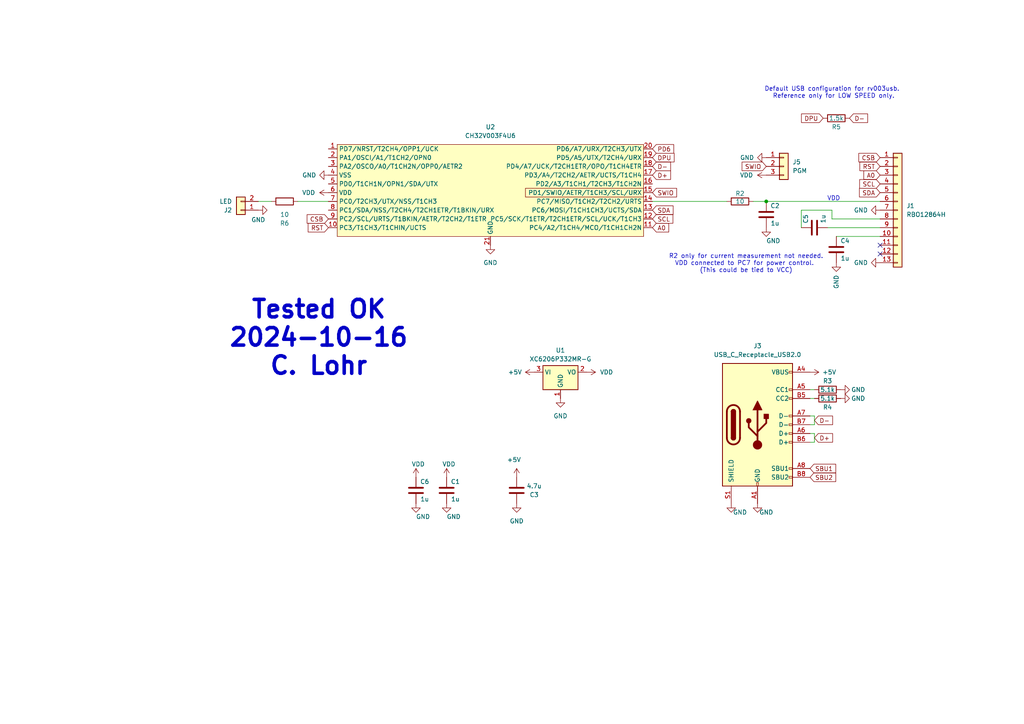
<source format=kicad_sch>
(kicad_sch (version 20231120) (generator "eeschema") (generator_version "8.0")
  (paper "A4")
  (lib_symbols
    (symbol "CH32V003F4U6:CH32V003F4U6"
      (property "Reference" "U" (at 0 0 0))
      (property "Value" "CH32V003F4U6" (at 0 3.81 0))
      (symbol "CH32V003F4U6_0_1"
        (rectangle (start -44.45 12.7) (end 44.45 -13.97) (fill (type background)))
        (rectangle (start 10.16 0) (end 44.45 -2.54) (fill (type background)))
      )
      (symbol "CH32V003F4U6_1_1"
        (pin bidirectional line (at -46.99 11.43 0) (length 2.54) (name "PD7/NRST/T2CH4/OPP1/UCK") (number "1"))
        (pin bidirectional line (at -46.99 -11.43 0) (length 2.54) (name "PC3/T1CH3/T1CHIN/UCTS") (number "10"))
        (pin bidirectional line (at 46.99 -11.43 180) (length 2.54) (name "PC4/A2/T1CH4/MCO/T1CH1CH2N") (number "11"))
        (pin bidirectional line (at 46.99 -8.89 180) (length 2.54) (name "PC5/SCK/T1ETR/T2CH1ETR/SCL/UCK/T1CH3") (number "12"))
        (pin bidirectional line (at 46.99 -6.35 180) (length 2.54) (name "PC6/MOSI/T1CH1CH3/UCTS/SDA") (number "13"))
        (pin bidirectional line (at 46.99 -3.81 180) (length 2.54) (name "PC7/MISO/T1CH2/T2CH2/URTS") (number "14"))
        (pin bidirectional line (at 46.99 -1.27 180) (length 2.54) (name "PD1/SWIO/AETR/T1CH3/SCL/URX") (number "15"))
        (pin bidirectional line (at 46.99 1.27 180) (length 2.54) (name "PD2/A3/T1CH1/T2CH3/T1CH2N") (number "16"))
        (pin bidirectional line (at 46.99 3.81 180) (length 2.54) (name "PD3/A4/T2CH2/AETR/UCTS/T1CH4") (number "17"))
        (pin bidirectional line (at 46.99 6.35 180) (length 2.54) (name "PD4/A7/UCK/T2CH1ETR/OPO/T1CH4ETR") (number "18"))
        (pin bidirectional line (at 46.99 8.89 180) (length 2.54) (name "PD5/A5/UTX/T2CH4/URX") (number "19"))
        (pin bidirectional line (at -46.99 8.89 0) (length 2.54) (name "PA1/OSCI/A1/T1CH2/OPN0") (number "2"))
        (pin bidirectional line (at 46.99 11.43 180) (length 2.54) (name "PD6/A7/URX/T2CH3/UTX") (number "20"))
        (pin bidirectional line (at 0 -16.51 90) (length 2.54) (name "GND") (number "21"))
        (pin bidirectional line (at -46.99 6.35 0) (length 2.54) (name "PA2/OSCO/A0/T1CH2N/OPP0/AETR2") (number "3"))
        (pin bidirectional line (at -46.99 3.81 0) (length 2.54) (name "VSS") (number "4"))
        (pin bidirectional line (at -46.99 1.27 0) (length 2.54) (name "PD0/T1CH1N/OPN1/SDA/UTX") (number "5"))
        (pin bidirectional line (at -46.99 -1.27 0) (length 2.54) (name "VDD") (number "6"))
        (pin bidirectional line (at -46.99 -3.81 0) (length 2.54) (name "PC0/T2CH3/UTX/NSS/T1CH3") (number "7"))
        (pin bidirectional line (at -46.99 -6.35 0) (length 2.54) (name "PC1/SDA/NSS/T2CH4/T2CH1ETR/T1BKIN/URX") (number "8"))
        (pin bidirectional line (at -46.99 -8.89 0) (length 2.54) (name "PC2/SCL/URTS/T1BKIN/AETR/T2CH2/T1ETR") (number "9"))
      )
    )
    (symbol "Connector:USB_C_Receptacle_USB2.0" (pin_names (offset 1.016))
      (property "Reference" "J" (at -10.16 19.05 0))
      (property "Value" "USB_C_Receptacle_USB2.0" (at 19.05 19.05 0))
      (symbol "USB_C_Receptacle_USB2.0_0_0"
        (rectangle (start -0.254 -17.78) (end 0.254 -16.764))
        (rectangle (start 10.16 -14.986) (end 9.144 -15.494))
        (rectangle (start 10.16 -12.446) (end 9.144 -12.954))
        (rectangle (start 10.16 -4.826) (end 9.144 -5.334))
        (rectangle (start 10.16 -2.286) (end 9.144 -2.794))
        (rectangle (start 10.16 0.254) (end 9.144 -0.254))
        (rectangle (start 10.16 2.794) (end 9.144 2.286))
        (rectangle (start 10.16 7.874) (end 9.144 7.366))
        (rectangle (start 10.16 10.414) (end 9.144 9.906))
        (rectangle (start 10.16 15.494) (end 9.144 14.986))
      )
      (symbol "USB_C_Receptacle_USB2.0_0_1"
        (rectangle (start -10.16 17.78) (end 10.16 -17.78) (stroke (width 0.254)) (fill (type background)))
        (arc (start -8.89 -3.81) (mid -6.985 -5.7067) (end -5.08 -3.81) (stroke (width 0.508)))
        (arc (start -7.62 -3.81) (mid -6.985 -4.4423) (end -6.35 -3.81) (stroke (width 0.254)))
        (arc (start -7.62 -3.81) (mid -6.985 -4.4423) (end -6.35 -3.81) (stroke (width 0.254)) (fill (type outline)))
        (rectangle (start -7.62 -3.81) (end -6.35 3.81) (stroke (width 0.254)) (fill (type outline)))
        (arc (start -6.35 3.81) (mid -6.985 4.4423) (end -7.62 3.81) (stroke (width 0.254)))
        (arc (start -6.35 3.81) (mid -6.985 4.4423) (end -7.62 3.81) (stroke (width 0.254)) (fill (type outline)))
        (arc (start -5.08 3.81) (mid -6.985 5.7067) (end -8.89 3.81) (stroke (width 0.508)))
        (circle (center -2.54 1.143) (radius 0.635) (stroke (width 0.254)) (fill (type outline)))
        (circle (center 0 -5.842) (radius 1.27) (fill (type outline)))
        (polyline (pts (xy -8.89 -3.81) (xy -8.89 3.81)) (stroke (width 0.508)))
        (polyline (pts (xy -5.08 3.81) (xy -5.08 -3.81)) (stroke (width 0.508)))
        (polyline (pts (xy 0 -5.842) (xy 0 4.318)) (stroke (width 0.508)))
        (polyline (pts (xy 0 -3.302) (xy -2.54 -0.762) (xy -2.54 0.508)) (stroke (width 0.508)))
        (polyline (pts (xy 0 -2.032) (xy 2.54 0.508) (xy 2.54 1.778)) (stroke (width 0.508)))
        (polyline (pts (xy -1.27 4.318) (xy 0 6.858) (xy 1.27 4.318) (xy -1.27 4.318)) (stroke (width 0.254)) (fill (type outline)))
        (rectangle (start 1.905 1.778) (end 3.175 3.048) (stroke (width 0.254)) (fill (type outline)))
      )
      (symbol "USB_C_Receptacle_USB2.0_1_1"
        (pin passive line (at 0 -22.86 90) (length 5.08) (name "GND") (number "A1"))
        (pin passive line (at 0 -22.86 90) (length 5.08) hide (name "GND") (number "A12"))
        (pin passive line (at 15.24 15.24 180) (length 5.08) (name "VBUS") (number "A4"))
        (pin bidirectional line (at 15.24 10.16 180) (length 5.08) (name "CC1") (number "A5"))
        (pin bidirectional line (at 15.24 -2.54 180) (length 5.08) (name "D+") (number "A6"))
        (pin bidirectional line (at 15.24 2.54 180) (length 5.08) (name "D-") (number "A7"))
        (pin bidirectional line (at 15.24 -12.7 180) (length 5.08) (name "SBU1") (number "A8"))
        (pin passive line (at 15.24 15.24 180) (length 5.08) hide (name "VBUS") (number "A9"))
        (pin passive line (at 0 -22.86 90) (length 5.08) hide (name "GND") (number "B1"))
        (pin passive line (at 0 -22.86 90) (length 5.08) hide (name "GND") (number "B12"))
        (pin passive line (at 15.24 15.24 180) (length 5.08) hide (name "VBUS") (number "B4"))
        (pin bidirectional line (at 15.24 7.62 180) (length 5.08) (name "CC2") (number "B5"))
        (pin bidirectional line (at 15.24 -5.08 180) (length 5.08) (name "D+") (number "B6"))
        (pin bidirectional line (at 15.24 0 180) (length 5.08) (name "D-") (number "B7"))
        (pin bidirectional line (at 15.24 -15.24 180) (length 5.08) (name "SBU2") (number "B8"))
        (pin passive line (at 15.24 15.24 180) (length 5.08) hide (name "VBUS") (number "B9"))
        (pin passive line (at -7.62 -22.86 90) (length 5.08) (name "SHIELD") (number "S1"))
      )
    )
    (symbol "Connector_Generic:Conn_01x02" (pin_names (offset 1.016) hide)
      (property "Reference" "J" (at 0 2.54 0))
      (property "Value" "Conn_01x02" (at 0 -5.08 0))
      (symbol "Conn_01x02_1_1"
        (rectangle (start -1.27 -2.413) (end 0 -2.667) (stroke (width 0.1524)))
        (rectangle (start -1.27 0.127) (end 0 -0.127) (stroke (width 0.1524)))
        (rectangle (start -1.27 1.27) (end 1.27 -3.81) (stroke (width 0.254)) (fill (type background)))
        (pin passive line (at -5.08 0 0) (length 3.81) (name "Pin_1") (number "1"))
        (pin passive line (at -5.08 -2.54 0) (length 3.81) (name "Pin_2") (number "2"))
      )
    )
    (symbol "Connector_Generic:Conn_01x03" (pin_names (offset 1.016) hide)
      (property "Reference" "J" (at 0 5.08 0))
      (property "Value" "Conn_01x03" (at 0 -5.08 0))
      (symbol "Conn_01x03_1_1"
        (rectangle (start -1.27 -2.413) (end 0 -2.667) (stroke (width 0.1524)))
        (rectangle (start -1.27 0.127) (end 0 -0.127) (stroke (width 0.1524)))
        (rectangle (start -1.27 2.667) (end 0 2.413) (stroke (width 0.1524)))
        (rectangle (start -1.27 3.81) (end 1.27 -3.81) (stroke (width 0.254)) (fill (type background)))
        (pin passive line (at -5.08 2.54 0) (length 3.81) (name "Pin_1") (number "1"))
        (pin passive line (at -5.08 0 0) (length 3.81) (name "Pin_2") (number "2"))
        (pin passive line (at -5.08 -2.54 0) (length 3.81) (name "Pin_3") (number "3"))
      )
    )
    (symbol "Connector_Generic:Conn_01x13" (pin_names (offset 1.016) hide)
      (property "Reference" "J" (at 0 17.78 0))
      (property "Value" "Conn_01x13" (at 0 -17.78 0))
      (symbol "Conn_01x13_1_1"
        (rectangle (start -1.27 -15.113) (end 0 -15.367) (stroke (width 0.1524)))
        (rectangle (start -1.27 -12.573) (end 0 -12.827) (stroke (width 0.1524)))
        (rectangle (start -1.27 -10.033) (end 0 -10.287) (stroke (width 0.1524)))
        (rectangle (start -1.27 -7.493) (end 0 -7.747) (stroke (width 0.1524)))
        (rectangle (start -1.27 -4.953) (end 0 -5.207) (stroke (width 0.1524)))
        (rectangle (start -1.27 -2.413) (end 0 -2.667) (stroke (width 0.1524)))
        (rectangle (start -1.27 0.127) (end 0 -0.127) (stroke (width 0.1524)))
        (rectangle (start -1.27 2.667) (end 0 2.413) (stroke (width 0.1524)))
        (rectangle (start -1.27 5.207) (end 0 4.953) (stroke (width 0.1524)))
        (rectangle (start -1.27 7.747) (end 0 7.493) (stroke (width 0.1524)))
        (rectangle (start -1.27 10.287) (end 0 10.033) (stroke (width 0.1524)))
        (rectangle (start -1.27 12.827) (end 0 12.573) (stroke (width 0.1524)))
        (rectangle (start -1.27 15.367) (end 0 15.113) (stroke (width 0.1524)))
        (rectangle (start -1.27 16.51) (end 1.27 -16.51) (stroke (width 0.254)) (fill (type background)))
        (pin passive line (at -5.08 15.24 0) (length 3.81) (name "Pin_1") (number "1"))
        (pin passive line (at -5.08 -7.62 0) (length 3.81) (name "Pin_10") (number "10"))
        (pin passive line (at -5.08 -10.16 0) (length 3.81) (name "Pin_11") (number "11"))
        (pin passive line (at -5.08 -12.7 0) (length 3.81) (name "Pin_12") (number "12"))
        (pin passive line (at -5.08 -15.24 0) (length 3.81) (name "Pin_13") (number "13"))
        (pin passive line (at -5.08 12.7 0) (length 3.81) (name "Pin_2") (number "2"))
        (pin passive line (at -5.08 10.16 0) (length 3.81) (name "Pin_3") (number "3"))
        (pin passive line (at -5.08 7.62 0) (length 3.81) (name "Pin_4") (number "4"))
        (pin passive line (at -5.08 5.08 0) (length 3.81) (name "Pin_5") (number "5"))
        (pin passive line (at -5.08 2.54 0) (length 3.81) (name "Pin_6") (number "6"))
        (pin passive line (at -5.08 0 0) (length 3.81) (name "Pin_7") (number "7"))
        (pin passive line (at -5.08 -2.54 0) (length 3.81) (name "Pin_8") (number "8"))
        (pin passive line (at -5.08 -5.08 0) (length 3.81) (name "Pin_9") (number "9"))
      )
    )
    (symbol "Device:C" (pin_numbers hide) (pin_names (offset 0.254))
      (property "Reference" "C" (at 0.635 2.54 0))
      (property "Value" "C" (at 0.635 -2.54 0))
      (symbol "C_0_1"
        (polyline (pts (xy -2.032 -0.762) (xy 2.032 -0.762)) (stroke (width 0.508)))
        (polyline (pts (xy -2.032 0.762) (xy 2.032 0.762)) (stroke (width 0.508)))
      )
      (symbol "C_1_1"
        (pin passive line (at 0 3.81 270) (length 2.794) (name "~") (number "1"))
        (pin passive line (at 0 -3.81 90) (length 2.794) (name "~") (number "2"))
      )
    )
    (symbol "Device:R" (pin_numbers hide) (pin_names (offset 0))
      (property "Reference" "R" (at 2.032 0 90))
      (property "Value" "R" (at 0 0 90))
      (symbol "R_0_1"
        (rectangle (start -1.016 -2.54) (end 1.016 2.54) (stroke (width 0.254)))
      )
      (symbol "R_1_1"
        (pin passive line (at 0 3.81 270) (length 1.27) (name "~") (number "1"))
        (pin passive line (at 0 -3.81 90) (length 1.27) (name "~") (number "2"))
      )
    )
    (symbol "Regulator_Linear:LM1117S-3.3"
      (property "Reference" "U" (at -3.81 3.175 0))
      (property "Value" "LM1117S-3.3" (at 0 3.175 0))
      (symbol "LM1117S-3.3_0_1"
        (rectangle (start -5.08 -5.08) (end 5.08 1.905) (stroke (width 0.254)) (fill (type background)))
      )
      (symbol "LM1117S-3.3_1_1"
        (pin power_in line (at 0 -7.62 90) (length 2.54) (name "GND") (number "1"))
        (pin power_out line (at 7.62 0 180) (length 2.54) (name "VO") (number "2"))
        (pin power_in line (at -7.62 0 0) (length 2.54) (name "VI") (number "3"))
      )
    )
    (symbol "power:+5V" (power) (pin_names (offset 0))
      (property "Value" "+5V" (at 0 3.556 0))
      (symbol "+5V_0_1"
        (polyline (pts (xy -0.762 1.27) (xy 0 2.54)))
        (polyline (pts (xy 0 0) (xy 0 2.54)))
        (polyline (pts (xy 0 2.54) (xy 0.762 1.27)))
      )
      (symbol "+5V_1_1"
        (pin power_in line (at 0 0 90) (length 0) hide (name "+5V") (number "1"))
      )
    )
    (symbol "power:GND" (power) (pin_names (offset 0))
      (property "Value" "GND" (at 0 -3.81 0))
      (symbol "GND_0_1"
        (polyline (pts (xy 0 0) (xy 0 -1.27) (xy 1.27 -1.27) (xy 0 -2.54) (xy -1.27 -1.27) (xy 0 -1.27)))
      )
      (symbol "GND_1_1"
        (pin power_in line (at 0 0 270) (length 0) hide (name "GND") (number "1"))
      )
    )
    (symbol "power:VDD" (power) (pin_names (offset 0))
      (property "Value" "VDD" (at 0 3.81 0))
      (symbol "VDD_0_1"
        (polyline (pts (xy -0.762 1.27) (xy 0 2.54)))
        (polyline (pts (xy 0 0) (xy 0 2.54)))
        (polyline (pts (xy 0 2.54) (xy 0.762 1.27)))
      )
      (symbol "VDD_1_1"
        (pin power_in line (at 0 0 90) (length 0) hide (name "VDD") (number "1"))
      )
    )
  )
  (junction (at 222.25 58.42))
  (no_connect (at 255.27 71.12))
  (no_connect (at 255.27 73.66))
  (wire (pts (xy 240.03 66.04) (xy 255.27 66.04)))
  (wire (pts (xy 236.22 120.65) (xy 236.22 123.19)))
  (wire (pts (xy 189.23 58.42) (xy 210.82 58.42)))
  (wire (pts (xy 236.22 120.65) (xy 234.95 120.65)))
  (wire (pts (xy 241.3 60.96) (xy 241.3 63.5)))
  (wire (pts (xy 242.57 68.58) (xy 255.27 68.58)))
  (wire (pts (xy 236.22 128.27) (xy 234.95 128.27)))
  (wire (pts (xy 241.3 63.5) (xy 255.27 63.5)))
  (wire (pts (xy 234.95 115.57) (xy 236.22 115.57)))
  (wire (pts (xy 236.22 125.73) (xy 236.22 128.27)))
  (wire (pts (xy 78.74 58.42) (xy 74.93 58.42)))
  (wire (pts (xy 234.95 123.19) (xy 236.22 123.19)))
  (wire (pts (xy 236.22 125.73) (xy 234.95 125.73)))
  (wire (pts (xy 232.41 66.04) (xy 232.41 60.96)))
  (wire (pts (xy 234.95 113.03) (xy 236.22 113.03)))
  (wire (pts (xy 232.41 60.96) (xy 241.3 60.96)))
  (wire (pts (xy 222.25 58.42) (xy 255.27 58.42)))
  (wire (pts (xy 218.44 58.42) (xy 222.25 58.42)))
  (wire (pts (xy 95.25 58.42) (xy 86.36 58.42)))
  (text "Tested OK\n2024-10-16\nC. Lohr" (at 92.456 98.044 0) (effects (font (size 5.08 5.08) (thickness 1.016) (bold yes))))
  (text "Default USB configuration for rv003usb. \nReference only for LOW SPEED only." (at 241.808 26.924 0) (effects (font (size 1.27 1.27))))
  (text "VDD" (at 241.808 57.658 0) (effects (font (size 1.27 1.27))))
  (text "R2 only for current measurement not needed.\nVDD connected to PC7 for power control. \n(This could be tied to VCC)" (at 216.408 76.454 0) (effects (font (size 1.27 1.27))))
  (global_label "D-" (shape input) (at 189.23 48.26 0) (property "Intersheetrefs" "${INTERSHEET_REFS}" (effects (hide yes))))
  (global_label "CSB" (shape input) (at 255.27 45.72 180) (property "Intersheetrefs" "${INTERSHEET_REFS}" (effects (hide yes))))
  (global_label "SCL" (shape input) (at 189.23 63.5 0) (property "Intersheetrefs" "${INTERSHEET_REFS}" (effects (hide yes))))
  (global_label "SWIO" (shape input) (at 222.25 48.26 180) (property "Intersheetrefs" "${INTERSHEET_REFS}" (effects (hide yes))))
  (global_label "D+" (shape input) (at 236.22 127 0) (property "Intersheetrefs" "${INTERSHEET_REFS}" (effects (hide yes))))
  (global_label "SDA" (shape input) (at 189.23 60.96 0) (property "Intersheetrefs" "${INTERSHEET_REFS}" (effects (hide yes))))
  (global_label "SBU1" (shape input) (at 234.95 135.89 0) (property "Intersheetrefs" "${INTERSHEET_REFS}" (effects (hide yes))))
  (global_label "A0" (shape input) (at 189.23 66.04 0) (property "Intersheetrefs" "${INTERSHEET_REFS}" (effects (hide yes))))
  (global_label "DPU" (shape input) (at 189.23 45.72 0) (property "Intersheetrefs" "${INTERSHEET_REFS}" (effects (hide yes))))
  (global_label "RST" (shape input) (at 95.25 66.04 180) (property "Intersheetrefs" "${INTERSHEET_REFS}" (effects (hide yes))))
  (global_label "A0" (shape input) (at 255.27 50.8 180) (property "Intersheetrefs" "${INTERSHEET_REFS}" (effects (hide yes))))
  (global_label "SWIO" (shape input) (at 189.23 55.88 0) (property "Intersheetrefs" "${INTERSHEET_REFS}" (effects (hide yes))))
  (global_label "DPU" (shape input) (at 238.76 34.29 180) (property "Intersheetrefs" "${INTERSHEET_REFS}" (effects (hide yes))))
  (global_label "PD6" (shape input) (at 189.23 43.18 0) (property "Intersheetrefs" "${INTERSHEET_REFS}" (effects (hide yes))))
  (global_label "D-" (shape input) (at 246.38 34.29 0) (property "Intersheetrefs" "${INTERSHEET_REFS}" (effects (hide yes))))
  (global_label "CSB" (shape input) (at 95.25 63.5 180) (property "Intersheetrefs" "${INTERSHEET_REFS}" (effects (hide yes))))
  (global_label "SBU2" (shape input) (at 234.95 138.43 0) (property "Intersheetrefs" "${INTERSHEET_REFS}" (effects (hide yes))))
  (global_label "RST" (shape input) (at 255.27 48.26 180) (property "Intersheetrefs" "${INTERSHEET_REFS}" (effects (hide yes))))
  (global_label "SCL" (shape input) (at 255.27 53.34 180) (property "Intersheetrefs" "${INTERSHEET_REFS}" (effects (hide yes))))
  (global_label "D-" (shape input) (at 236.22 121.92 0) (property "Intersheetrefs" "${INTERSHEET_REFS}" (effects (hide yes))))
  (global_label "SDA" (shape input) (at 255.27 55.88 180) (property "Intersheetrefs" "${INTERSHEET_REFS}" (effects (hide yes))))
  (global_label "D+" (shape input) (at 189.23 50.8 0) (property "Intersheetrefs" "${INTERSHEET_REFS}" (effects (hide yes))))
  (symbol (lib_id "power:VDD") (at 129.54 138.43 0) (unit 1)
    (property "Reference" "#PWR011" (effects (hide yes)))
    (property "Value" "VDD" (at 128.27 134.62 0) (effects (justify left)))
  )
  (symbol (lib_id "Device:C") (at 222.25 62.23 180) (unit 1)
    (property "Reference" "C2" (at 224.79 59.69 0))
    (property "Value" "1u" (at 224.79 64.77 0))
    (property "Footprint" "Resistor_SMD:R_0402_1005Metric" (effects (hide yes)))
    (property "LCSC" "C52923" (effects (hide yes)))
  )
  (symbol (lib_id "Connector_Generic:Conn_01x02") (at 69.85 60.96 180) (unit 1)
    (property "Reference" "J2" (at 67.31 60.96 0) (effects (justify left)))
    (property "Value" "LED" (at 67.31 58.42 0) (effects (justify left)))
    (property "Footprint" "Connector_PinHeader_2.00mm:PinHeader_1x02_P2.00mm_Vertical" (effects (hide yes)))
  )
  (symbol (lib_id "power:GND") (at 74.93 60.96 90) (unit 1)
    (property "Reference" "#PWR05" (effects (hide yes)))
    (property "Value" "GND" (at 76.962 63.754 90) (effects (justify left)))
  )
  (symbol (lib_id "Device:C") (at 129.54 142.24 180) (unit 1)
    (property "Reference" "C1" (at 132.08 139.7 0))
    (property "Value" "1u" (at 132.08 144.78 0))
    (property "Footprint" "Resistor_SMD:R_0402_1005Metric" (effects (hide yes)))
    (property "LCSC" "C52923" (effects (hide yes)))
  )
  (symbol (lib_id "power:VDD") (at 95.25 55.88 90) (unit 1)
    (property "Reference" "#PWR010" (effects (hide yes)))
    (property "Value" "VDD" (at 91.44 55.8799 90) (effects (justify left)))
  )
  (symbol (lib_id "power:+5V") (at 149.86 138.43 0) (unit 1)
    (property "Reference" "#PWR016" (effects (hide yes)))
    (property "Value" "+5V" (at 151.13 133.35 0) (effects (justify right)))
  )
  (symbol (lib_id "CH32V003F4U6:CH32V003F4U6") (at 142.24 54.61 0) (unit 1)
    (property "Reference" "U2" (at 142.24 36.83 0))
    (property "Value" "CH32V003F4U6" (at 142.24 39.37 0))
    (property "Footprint" "Package_DFN_QFN:QFN-20-1EP_3x3mm_P0.4mm_EP1.65x1.65mm" (effects (hide yes)))
    (property "LCSC" "C5299908" (effects (hide yes)))
  )
  (symbol (lib_id "Device:R") (at 214.63 58.42 90) (unit 1)
    (property "Reference" "R2" (at 214.63 56.134 90))
    (property "Value" "10" (at 214.63 58.42 90))
    (property "Footprint" "Resistor_SMD:R_0402_1005Metric" (effects (hide yes)))
    (property "LCSC" "C25077" (effects (hide yes)))
  )
  (symbol (lib_id "power:GND") (at 212.09 146.05 0) (unit 1)
    (property "Reference" "#PWR022" (effects (hide yes)))
    (property "Value" "GND" (at 214.63 148.59 0))
  )
  (symbol (lib_id "Device:R") (at 242.57 34.29 90) (unit 1)
    (property "Reference" "R5" (at 242.57 36.83 90))
    (property "Value" "1.5k" (at 242.57 34.29 90))
    (property "Footprint" "Resistor_SMD:R_0402_1005Metric" (effects (hide yes)))
    (property "LCSC" "C25867" (effects (hide yes)))
  )
  (symbol (lib_id "power:GND") (at 219.71 146.05 0) (unit 1)
    (property "Reference" "#PWR024" (effects (hide yes)))
    (property "Value" "GND" (at 222.25 148.59 0))
  )
  (symbol (lib_id "power:GND") (at 120.65 146.05 0) (unit 1)
    (property "Reference" "#PWR013" (effects (hide yes)))
    (property "Value" "GND" (at 120.65 149.86 0) (effects (justify left)))
  )
  (symbol (lib_id "Device:R") (at 82.55 58.42 270) (unit 1)
    (property "Reference" "R6" (at 82.55 64.77 90))
    (property "Value" "10" (at 82.55 62.23 90))
    (property "Footprint" "Resistor_SMD:R_0402_1005Metric" (effects (hide yes)))
    (property "LCSC" "C25077" (effects (hide yes)))
  )
  (symbol (lib_id "power:GND") (at 222.25 45.72 270) (unit 1)
    (property "Reference" "#PWR026" (effects (hide yes)))
    (property "Value" "GND" (at 214.63 45.72 90) (effects (justify left)))
  )
  (symbol (lib_id "power:VDD") (at 170.18 107.95 270) (unit 1)
    (property "Reference" "#PWR021" (effects (hide yes)))
    (property "Value" "VDD" (at 173.99 107.95 90) (effects (justify left)))
  )
  (symbol (lib_id "Device:C") (at 236.22 66.04 270) (unit 1)
    (property "Reference" "C5" (at 233.68 63.5 0))
    (property "Value" "1u" (at 238.76 63.5 0))
    (property "Footprint" "Resistor_SMD:R_0402_1005Metric" (effects (hide yes)))
    (property "LCSC" "C52923" (effects (hide yes)))
  )
  (symbol (lib_id "power:VDD") (at 222.25 50.8 90) (unit 1)
    (property "Reference" "#PWR027" (effects (hide yes)))
    (property "Value" "VDD" (at 218.44 50.7999 90) (effects (justify left)))
  )
  (symbol (lib_id "Regulator_Linear:LM1117S-3.3") (at 162.56 107.95 0) (unit 1)
    (property "Reference" "U1" (at 162.56 101.6 0))
    (property "Value" "XC6206P332MR-G" (at 162.56 104.14 0))
    (property "Footprint" "Package_TO_SOT_SMD:SOT-23" (effects (hide yes)))
    (property "Datasheet" "http://www.ti.com/lit/ds/symlink/lm1117.pdf" (effects (hide yes)))
    (property "LCSC" "C5446" (effects (hide yes)))
  )
  (symbol (lib_id "Connector_Generic:Conn_01x13") (at 260.35 60.96 0) (unit 1) (in_bom no)
    (property "Reference" "J1" (at 262.89 59.69 0) (effects (justify left)))
    (property "Value" "RBO12864H" (at 262.89 62.23 0) (effects (justify left)))
    (property "Footprint" "cnhardware:RBO12864H-WFI" (effects (hide yes)))
  )
  (symbol (lib_id "Device:C") (at 149.86 142.24 180) (unit 1)
    (property "Reference" "C3" (at 154.94 143.51 0))
    (property "Value" "4.7u" (at 154.94 140.97 0))
    (property "Footprint" "Resistor_SMD:R_0402_1005Metric" (effects (hide yes)))
    (property "LCSC" "C23733" (effects (hide yes)))
  )
  (symbol (lib_id "power:GND") (at 162.56 115.57 0) (unit 1)
    (property "Reference" "#PWR020" (effects (hide yes)))
    (property "Value" "GND" (at 162.56 120.65 0))
  )
  (symbol (lib_id "Device:R") (at 240.03 115.57 90) (unit 1)
    (property "Reference" "R4" (at 240.03 118.11 90))
    (property "Value" "5.1k" (at 240.03 115.57 90))
    (property "Footprint" "Resistor_SMD:R_0402_1005Metric" (effects (hide yes)))
    (property "LCSC" "C25905" (effects (hide yes)))
  )
  (symbol (lib_id "power:GND") (at 243.84 115.57 90) (unit 1)
    (property "Reference" "#PWR031" (effects (hide yes)))
    (property "Value" "GND" (at 248.92 115.57 90))
  )
  (symbol (lib_id "power:+5V") (at 154.94 107.95 90) (unit 1)
    (property "Reference" "#PWR018" (effects (hide yes)))
    (property "Value" "+5V" (at 147.32 107.95 90) (effects (justify right)))
  )
  (symbol (lib_id "power:GND") (at 95.25 50.8 270) (unit 1)
    (property "Reference" "#PWR09" (effects (hide yes)))
    (property "Value" "GND" (at 87.63 50.8 90) (effects (justify left)))
  )
  (symbol (lib_id "power:GND") (at 255.27 60.96 270) (unit 1)
    (property "Reference" "#PWR03" (effects (hide yes)))
    (property "Value" "GND" (at 247.65 60.96 90) (effects (justify left)))
  )
  (symbol (lib_id "Device:C") (at 242.57 72.39 180) (unit 1)
    (property "Reference" "C4" (at 245.11 69.85 0))
    (property "Value" "1u" (at 245.11 74.93 0))
    (property "Footprint" "Resistor_SMD:R_0402_1005Metric" (effects (hide yes)))
    (property "LCSC" "C52923" (effects (hide yes)))
  )
  (symbol (lib_id "Connector_Generic:Conn_01x03") (at 227.33 48.26 0) (unit 1)
    (property "Reference" "J5" (at 229.87 46.99 0) (effects (justify left)))
    (property "Value" "PGM" (at 229.87 49.53 0) (effects (justify left)))
    (property "Footprint" "Connector_PinHeader_2.54mm:PinHeader_1x03_P2.54mm_Vertical" (effects (hide yes)))
  )
  (symbol (lib_id "power:GND") (at 243.84 113.03 90) (unit 1)
    (property "Reference" "#PWR030" (effects (hide yes)))
    (property "Value" "GND" (at 248.92 113.03 90))
  )
  (symbol (lib_id "power:GND") (at 222.25 66.04 0) (unit 1)
    (property "Reference" "#PWR07" (effects (hide yes)))
    (property "Value" "GND" (at 222.25 69.85 0) (effects (justify left)))
  )
  (symbol (lib_id "power:GND") (at 242.57 76.2 0) (unit 1)
    (property "Reference" "#PWR02" (effects (hide yes)))
    (property "Value" "GND" (at 242.57 83.82 90) (effects (justify left)))
  )
  (symbol (lib_id "Connector:USB_C_Receptacle_USB2.0") (at 219.71 123.19 0) (unit 1)
    (property "Reference" "J3" (at 219.71 100.33 0))
    (property "Value" "USB_C_Receptacle_USB2.0" (at 219.71 102.87 0))
    (property "Footprint" "Connector_USB:USB_C_Receptacle_HRO_TYPE-C-31-M-12" (effects (hide yes)))
    (property "Datasheet" "https://www.usb.org/sites/default/files/documents/usb_type-c.zip" (effects (hide yes)))
    (property "LCSC" "C2765186" (effects (hide yes)))
  )
  (symbol (lib_id "Device:C") (at 120.65 142.24 180) (unit 1)
    (property "Reference" "C6" (at 123.19 139.7 0))
    (property "Value" "1u" (at 123.19 144.78 0))
    (property "Footprint" "Resistor_SMD:R_0402_1005Metric" (effects (hide yes)))
    (property "LCSC" "C52923" (effects (hide yes)))
  )
  (symbol (lib_id "power:GND") (at 142.24 71.12 0) (unit 1)
    (property "Reference" "#PWR015" (effects (hide yes)))
    (property "Value" "GND" (at 142.24 76.2 0))
  )
  (symbol (lib_id "power:+5V") (at 234.95 107.95 270) (unit 1)
    (property "Reference" "#PWR028" (effects (hide yes)))
    (property "Value" "+5V" (at 242.57 107.95 90) (effects (justify right)))
  )
  (symbol (lib_id "power:VDD") (at 120.65 138.43 0) (unit 1)
    (property "Reference" "#PWR08" (effects (hide yes)))
    (property "Value" "VDD" (at 119.38 134.62 0) (effects (justify left)))
  )
  (symbol (lib_id "Device:R") (at 240.03 113.03 90) (unit 1)
    (property "Reference" "R3" (at 240.03 110.49 90))
    (property "Value" "5.1k" (at 240.03 113.03 90))
    (property "Footprint" "Resistor_SMD:R_0402_1005Metric" (effects (hide yes)))
    (property "LCSC" "C25905" (effects (hide yes)))
  )
  (symbol (lib_id "power:GND") (at 129.54 146.05 0) (unit 1)
    (property "Reference" "#PWR012" (effects (hide yes)))
    (property "Value" "GND" (at 129.54 149.86 0) (effects (justify left)))
  )
  (symbol (lib_id "power:GND") (at 255.27 76.2 270) (unit 1)
    (property "Reference" "#PWR01" (effects (hide yes)))
    (property "Value" "GND" (at 247.65 76.2 90) (effects (justify left)))
  )
  (symbol (lib_id "power:GND") (at 149.86 146.05 0) (unit 1)
    (property "Reference" "#PWR017" (effects (hide yes)))
    (property "Value" "GND" (at 149.86 151.13 0))
  )
)
</source>
